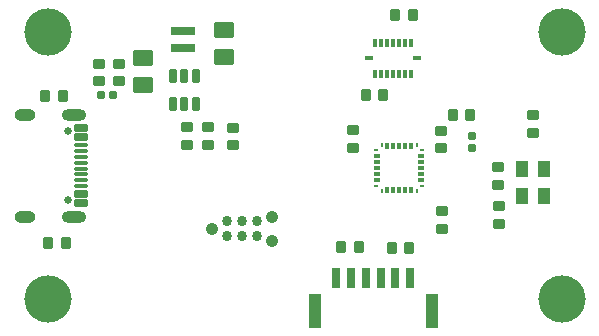
<source format=gbr>
%TF.GenerationSoftware,Altium Limited,Altium Designer,25.7.1 (20)*%
G04 Layer_Color=255*
%FSLAX45Y45*%
%MOMM*%
%TF.SameCoordinates,8071C31C-8A66-4455-A033-DC46DB2AE162*%
%TF.FilePolarity,Positive*%
%TF.FileFunction,Pads,Top*%
%TF.Part,Single*%
G01*
G75*
%TA.AperFunction,BGAPad,CuDef*%
%ADD11C,0.86300*%
%TA.AperFunction,TestPad*%
G04:AMPARAMS|DCode=12|XSize=0.3mm|YSize=1.15mm|CornerRadius=0.0375mm|HoleSize=0mm|Usage=FLASHONLY|Rotation=270.000|XOffset=0mm|YOffset=0mm|HoleType=Round|Shape=RoundedRectangle|*
%AMROUNDEDRECTD12*
21,1,0.30000,1.07500,0,0,270.0*
21,1,0.22500,1.15000,0,0,270.0*
1,1,0.07500,-0.53750,-0.11250*
1,1,0.07500,-0.53750,0.11250*
1,1,0.07500,0.53750,0.11250*
1,1,0.07500,0.53750,-0.11250*
%
%ADD12ROUNDEDRECTD12*%
G04:AMPARAMS|DCode=13|XSize=0.6mm|YSize=1.15mm|CornerRadius=0.075mm|HoleSize=0mm|Usage=FLASHONLY|Rotation=270.000|XOffset=0mm|YOffset=0mm|HoleType=Round|Shape=RoundedRectangle|*
%AMROUNDEDRECTD13*
21,1,0.60000,1.00000,0,0,270.0*
21,1,0.45000,1.15000,0,0,270.0*
1,1,0.15000,-0.50000,-0.22500*
1,1,0.15000,-0.50000,0.22500*
1,1,0.15000,0.50000,0.22500*
1,1,0.15000,0.50000,-0.22500*
%
%ADD13ROUNDEDRECTD13*%
%TA.AperFunction,ConnectorPad*%
G04:AMPARAMS|DCode=14|XSize=0.8mm|YSize=1mm|CornerRadius=0.1mm|HoleSize=0mm|Usage=FLASHONLY|Rotation=180.000|XOffset=0mm|YOffset=0mm|HoleType=Round|Shape=RoundedRectangle|*
%AMROUNDEDRECTD14*
21,1,0.80000,0.80000,0,0,180.0*
21,1,0.60000,1.00000,0,0,180.0*
1,1,0.20000,-0.30000,0.40000*
1,1,0.20000,0.30000,0.40000*
1,1,0.20000,0.30000,-0.40000*
1,1,0.20000,-0.30000,-0.40000*
%
%ADD14ROUNDEDRECTD14*%
%TA.AperFunction,SMDPad,CuDef*%
G04:AMPARAMS|DCode=15|XSize=0.6mm|YSize=0.7mm|CornerRadius=0.075mm|HoleSize=0mm|Usage=FLASHONLY|Rotation=0.000|XOffset=0mm|YOffset=0mm|HoleType=Round|Shape=RoundedRectangle|*
%AMROUNDEDRECTD15*
21,1,0.60000,0.55000,0,0,0.0*
21,1,0.45000,0.70000,0,0,0.0*
1,1,0.15000,0.22500,-0.27500*
1,1,0.15000,-0.22500,-0.27500*
1,1,0.15000,-0.22500,0.27500*
1,1,0.15000,0.22500,0.27500*
%
%ADD15ROUNDEDRECTD15*%
G04:AMPARAMS|DCode=16|XSize=0.8mm|YSize=1mm|CornerRadius=0.1mm|HoleSize=0mm|Usage=FLASHONLY|Rotation=270.000|XOffset=0mm|YOffset=0mm|HoleType=Round|Shape=RoundedRectangle|*
%AMROUNDEDRECTD16*
21,1,0.80000,0.80000,0,0,270.0*
21,1,0.60000,1.00000,0,0,270.0*
1,1,0.20000,-0.40000,-0.30000*
1,1,0.20000,-0.40000,0.30000*
1,1,0.20000,0.40000,0.30000*
1,1,0.20000,0.40000,-0.30000*
%
%ADD16ROUNDEDRECTD16*%
G04:AMPARAMS|DCode=17|XSize=0.6mm|YSize=1.2mm|CornerRadius=0.075mm|HoleSize=0mm|Usage=FLASHONLY|Rotation=180.000|XOffset=0mm|YOffset=0mm|HoleType=Round|Shape=RoundedRectangle|*
%AMROUNDEDRECTD17*
21,1,0.60000,1.05000,0,0,180.0*
21,1,0.45000,1.20000,0,0,180.0*
1,1,0.15000,-0.22500,0.52500*
1,1,0.15000,0.22500,0.52500*
1,1,0.15000,0.22500,-0.52500*
1,1,0.15000,-0.22500,-0.52500*
%
%ADD17ROUNDEDRECTD17*%
G04:AMPARAMS|DCode=18|XSize=1.4mm|YSize=1.7mm|CornerRadius=0.175mm|HoleSize=0mm|Usage=FLASHONLY|Rotation=270.000|XOffset=0mm|YOffset=0mm|HoleType=Round|Shape=RoundedRectangle|*
%AMROUNDEDRECTD18*
21,1,1.40000,1.35000,0,0,270.0*
21,1,1.05000,1.70000,0,0,270.0*
1,1,0.35000,-0.67500,-0.52500*
1,1,0.35000,-0.67500,0.52500*
1,1,0.35000,0.67500,0.52500*
1,1,0.35000,0.67500,-0.52500*
%
%ADD18ROUNDEDRECTD18*%
G04:AMPARAMS|DCode=19|XSize=0.8mm|YSize=1mm|CornerRadius=0.1mm|HoleSize=0mm|Usage=FLASHONLY|Rotation=0.000|XOffset=0mm|YOffset=0mm|HoleType=Round|Shape=RoundedRectangle|*
%AMROUNDEDRECTD19*
21,1,0.80000,0.80000,0,0,0.0*
21,1,0.60000,1.00000,0,0,0.0*
1,1,0.20000,0.30000,-0.40000*
1,1,0.20000,-0.30000,-0.40000*
1,1,0.20000,-0.30000,0.40000*
1,1,0.20000,0.30000,0.40000*
%
%ADD19ROUNDEDRECTD19*%
%TA.AperFunction,ConnectorPad*%
%ADD20R,0.65000X1.70000*%
%ADD21R,1.00000X2.90000*%
%TA.AperFunction,SMDPad,CuDef*%
G04:AMPARAMS|DCode=22|XSize=0.6mm|YSize=0.7mm|CornerRadius=0.075mm|HoleSize=0mm|Usage=FLASHONLY|Rotation=270.000|XOffset=0mm|YOffset=0mm|HoleType=Round|Shape=RoundedRectangle|*
%AMROUNDEDRECTD22*
21,1,0.60000,0.55000,0,0,270.0*
21,1,0.45000,0.70000,0,0,270.0*
1,1,0.15000,-0.27500,-0.22500*
1,1,0.15000,-0.27500,0.22500*
1,1,0.15000,0.27500,0.22500*
1,1,0.15000,0.27500,-0.22500*
%
%ADD22ROUNDEDRECTD22*%
G04:AMPARAMS|DCode=23|XSize=1.3mm|YSize=1.1mm|CornerRadius=0.055mm|HoleSize=0mm|Usage=FLASHONLY|Rotation=90.000|XOffset=0mm|YOffset=0mm|HoleType=Round|Shape=RoundedRectangle|*
%AMROUNDEDRECTD23*
21,1,1.30000,0.99000,0,0,90.0*
21,1,1.19000,1.10000,0,0,90.0*
1,1,0.11000,0.49500,0.59500*
1,1,0.11000,0.49500,-0.59500*
1,1,0.11000,-0.49500,-0.59500*
1,1,0.11000,-0.49500,0.59500*
%
%ADD23ROUNDEDRECTD23*%
%ADD24R,0.30000X0.75000*%
%ADD25R,0.75000X0.30000*%
%ADD26R,2.00000X0.70000*%
%ADD27R,0.25000X0.30000*%
%ADD28R,0.30000X0.25000*%
%ADD29R,0.55000X0.30000*%
%ADD30R,0.30000X0.55000*%
%TA.AperFunction,ComponentPad*%
%ADD33C,1.06700*%
%TA.AperFunction,TestPad*%
%ADD34O,2.10000X1.00000*%
%ADD35C,0.65000*%
%ADD36O,1.80000X1.00000*%
%TA.AperFunction,ViaPad*%
%ADD37C,4.00000*%
D11*
X-533000Y-597000D02*
D03*
X-660000Y-470000D02*
D03*
X-533000D02*
D03*
X-406000D02*
D03*
X-660000Y-597000D02*
D03*
X-406000D02*
D03*
D12*
X-1894250Y-175000D02*
D03*
Y25000D02*
D03*
Y-25000D02*
D03*
Y-75000D02*
D03*
Y75000D02*
D03*
Y125000D02*
D03*
Y175000D02*
D03*
Y-125000D02*
D03*
D13*
Y-240000D02*
D03*
Y240000D02*
D03*
Y-320000D02*
D03*
Y320000D02*
D03*
D14*
X762500Y1275000D02*
D03*
X912500D02*
D03*
D15*
X-1722500Y600000D02*
D03*
X-1622500D02*
D03*
D16*
X-1570000Y712500D02*
D03*
X-1742500D02*
D03*
X1930000Y425000D02*
D03*
Y275000D02*
D03*
X-1570000Y862500D02*
D03*
X-997500Y327500D02*
D03*
Y177500D02*
D03*
X407500Y150000D02*
D03*
Y300000D02*
D03*
X-822500Y325000D02*
D03*
Y175000D02*
D03*
X1640000Y-495000D02*
D03*
Y-345000D02*
D03*
X-607500Y322500D02*
D03*
Y172500D02*
D03*
X1157500Y-387500D02*
D03*
Y-537500D02*
D03*
X1150000Y145000D02*
D03*
Y295000D02*
D03*
X1633000Y-12500D02*
D03*
Y-162500D02*
D03*
X-1742500Y862500D02*
D03*
D17*
X-1115000Y520000D02*
D03*
X-925000Y760000D02*
D03*
X-1115000D02*
D03*
X-1020000Y520000D02*
D03*
Y760000D02*
D03*
X-925000Y520000D02*
D03*
D18*
X-1367500Y683200D02*
D03*
Y911800D02*
D03*
X-680000Y1146800D02*
D03*
Y918200D02*
D03*
D19*
X665000Y600000D02*
D03*
X515000D02*
D03*
X735000Y-700000D02*
D03*
X885000D02*
D03*
X-2175000Y-657500D02*
D03*
X-2025000D02*
D03*
X455000Y-690000D02*
D03*
X305000D02*
D03*
X-2200000Y590000D02*
D03*
X-2050000D02*
D03*
X1402500Y432500D02*
D03*
X1252500D02*
D03*
D20*
X767500Y-950000D02*
D03*
X517500D02*
D03*
X267500D02*
D03*
X642500D02*
D03*
X892500D02*
D03*
X392500D02*
D03*
D21*
X82500Y-1230000D02*
D03*
X1077500D02*
D03*
D22*
X1412500Y147500D02*
D03*
Y247500D02*
D03*
D23*
X1835000Y-25000D02*
D03*
X2025000Y-255000D02*
D03*
Y-25000D02*
D03*
X1835000Y-255000D02*
D03*
D24*
X595000Y1037500D02*
D03*
X795000D02*
D03*
X895000Y777500D02*
D03*
X845000D02*
D03*
X745000D02*
D03*
X695000D02*
D03*
X645000D02*
D03*
X595000D02*
D03*
X695000Y1037500D02*
D03*
X795000Y777500D02*
D03*
X895000Y1037500D02*
D03*
X845000D02*
D03*
X645000D02*
D03*
X745000D02*
D03*
D25*
X950000Y907500D02*
D03*
X540000D02*
D03*
D26*
X-1030000Y997500D02*
D03*
Y1142500D02*
D03*
D27*
X650000Y175000D02*
D03*
X950000D02*
D03*
X650000Y-215000D02*
D03*
X950000D02*
D03*
D28*
X995000Y130000D02*
D03*
X605000D02*
D03*
X995000Y-170000D02*
D03*
X605000Y-170000D02*
D03*
D29*
X987500Y-70000D02*
D03*
Y30000D02*
D03*
Y80000D02*
D03*
X612500Y30000D02*
D03*
Y-70000D02*
D03*
Y-120000D02*
D03*
X987500Y-20000D02*
D03*
Y-120000D02*
D03*
X612500Y-20000D02*
D03*
Y80000D02*
D03*
D30*
X900000Y167500D02*
D03*
X850000D02*
D03*
X800000D02*
D03*
X750000D02*
D03*
X700000D02*
D03*
Y-207500D02*
D03*
X750000D02*
D03*
X800000D02*
D03*
X850000D02*
D03*
X900000D02*
D03*
D33*
X-787000Y-533500D02*
D03*
X-279000Y-431900D02*
D03*
Y-635100D02*
D03*
D34*
X-1951750Y-432000D02*
D03*
Y432000D02*
D03*
D35*
X-2001750Y289000D02*
D03*
Y-289000D02*
D03*
D36*
X-2369750Y432000D02*
D03*
Y-432000D02*
D03*
D37*
X2174500Y1132500D02*
D03*
X-2174500D02*
D03*
Y-1132500D02*
D03*
X2174500Y-1132500D02*
D03*
%TF.MD5,9d0ab4b89ef4a1fbdc98373fa5b3d924*%
M02*

</source>
